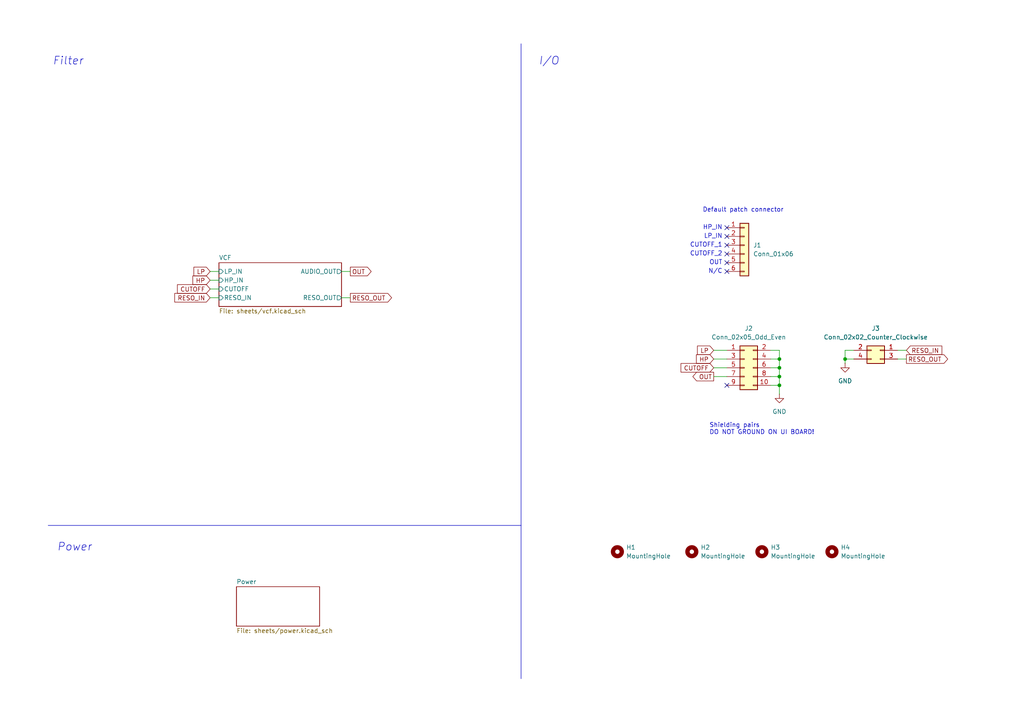
<source format=kicad_sch>
(kicad_sch (version 20250114) (generator "eeschema") (generator_version "9.0")
  (paper "A4")
  (lib_symbols
    (symbol "Connector_Generic:Conn_01x06" (pin_names (offset 1.016) (hide yes))
      (property "Reference" "J" (at 0 7.62 0))
      (property "Value" "Conn_01x06" (at 0 -10.16 0))
      (symbol "Conn_01x06_1_1"
        (rectangle (start -1.27 6.35) (end 1.27 -8.89) (stroke (width 0.254)) (fill (type background)))
        (rectangle (start -1.27 5.207) (end 0 4.953) (stroke (width 0.1524)))
        (rectangle (start -1.27 2.667) (end 0 2.413) (stroke (width 0.1524)))
        (rectangle (start -1.27 0.127) (end 0 -0.127) (stroke (width 0.1524)))
        (rectangle (start -1.27 -2.413) (end 0 -2.667) (stroke (width 0.1524)))
        (rectangle (start -1.27 -4.953) (end 0 -5.207) (stroke (width 0.1524)))
        (rectangle (start -1.27 -7.493) (end 0 -7.747) (stroke (width 0.1524)))
        (pin passive line (at -5.08 5.08 0) (length 3.81) (name "Pin_1") (number "1"))
        (pin passive line (at -5.08 2.54 0) (length 3.81) (name "Pin_2") (number "2"))
        (pin passive line (at -5.08 0 0) (length 3.81) (name "Pin_3") (number "3"))
        (pin passive line (at -5.08 -2.54 0) (length 3.81) (name "Pin_4") (number "4"))
        (pin passive line (at -5.08 -5.08 0) (length 3.81) (name "Pin_5") (number "5"))
        (pin passive line (at -5.08 -7.62 0) (length 3.81) (name "Pin_6") (number "6"))
      )
    )
    (symbol "Connector_Generic:Conn_02x02_Odd_Even" (pin_names (offset 1.016) (hide yes))
      (property "Reference" "J" (at 1.27 2.54 0))
      (property "Value" "Conn_02x02_Odd_Even" (at 1.27 -5.08 0))
      (symbol "Conn_02x02_Odd_Even_1_1"
        (rectangle (start -1.27 1.27) (end 3.81 -3.81) (stroke (width 0.254)) (fill (type background)))
        (rectangle (start -1.27 0.127) (end 0 -0.127) (stroke (width 0.1524)))
        (rectangle (start -1.27 -2.413) (end 0 -2.667) (stroke (width 0.1524)))
        (rectangle (start 3.81 0.127) (end 2.54 -0.127) (stroke (width 0.1524)))
        (rectangle (start 3.81 -2.413) (end 2.54 -2.667) (stroke (width 0.1524)))
        (pin passive line (at -5.08 0 0) (length 3.81) (name "Pin_1") (number "1"))
        (pin passive line (at -5.08 -2.54 0) (length 3.81) (name "Pin_3") (number "3"))
        (pin passive line (at 7.62 0 180) (length 3.81) (name "Pin_2") (number "2"))
        (pin passive line (at 7.62 -2.54 180) (length 3.81) (name "Pin_4") (number "4"))
      )
    )
    (symbol "Connector_Generic:Conn_02x05_Odd_Even" (pin_names (offset 1.016) (hide yes))
      (property "Reference" "J" (at 1.27 7.62 0))
      (property "Value" "Conn_02x05_Odd_Even" (at 1.27 -7.62 0))
      (symbol "Conn_02x05_Odd_Even_1_1"
        (rectangle (start -1.27 6.35) (end 3.81 -6.35) (stroke (width 0.254)) (fill (type background)))
        (rectangle (start -1.27 5.207) (end 0 4.953) (stroke (width 0.1524)))
        (rectangle (start -1.27 2.667) (end 0 2.413) (stroke (width 0.1524)))
        (rectangle (start -1.27 0.127) (end 0 -0.127) (stroke (width 0.1524)))
        (rectangle (start -1.27 -2.413) (end 0 -2.667) (stroke (width 0.1524)))
        (rectangle (start -1.27 -4.953) (end 0 -5.207) (stroke (width 0.1524)))
        (rectangle (start 3.81 5.207) (end 2.54 4.953) (stroke (width 0.1524)))
        (rectangle (start 3.81 2.667) (end 2.54 2.413) (stroke (width 0.1524)))
        (rectangle (start 3.81 0.127) (end 2.54 -0.127) (stroke (width 0.1524)))
        (rectangle (start 3.81 -2.413) (end 2.54 -2.667) (stroke (width 0.1524)))
        (rectangle (start 3.81 -4.953) (end 2.54 -5.207) (stroke (width 0.1524)))
        (pin passive line (at -5.08 5.08 0) (length 3.81) (name "Pin_1") (number "1"))
        (pin passive line (at -5.08 2.54 0) (length 3.81) (name "Pin_3") (number "3"))
        (pin passive line (at -5.08 0 0) (length 3.81) (name "Pin_5") (number "5"))
        (pin passive line (at -5.08 -2.54 0) (length 3.81) (name "Pin_7") (number "7"))
        (pin passive line (at -5.08 -5.08 0) (length 3.81) (name "Pin_9") (number "9"))
        (pin passive line (at 7.62 5.08 180) (length 3.81) (name "Pin_2") (number "2"))
        (pin passive line (at 7.62 2.54 180) (length 3.81) (name "Pin_4") (number "4"))
        (pin passive line (at 7.62 0 180) (length 3.81) (name "Pin_6") (number "6"))
        (pin passive line (at 7.62 -2.54 180) (length 3.81) (name "Pin_8") (number "8"))
        (pin passive line (at 7.62 -5.08 180) (length 3.81) (name "Pin_10") (number "10"))
      )
    )
    (symbol "Mechanical:MountingHole" (pin_names (offset 1.016)) (in_bom no)
      (property "Reference" "H" (at 0 5.08 0))
      (property "Value" "MountingHole" (at 0 3.175 0))
      (symbol "MountingHole_0_1"
        (circle (center 0 0) (radius 1.27) (stroke (width 1.27)))
      )
    )
    (symbol "power:GND" (power) (pin_numbers (hide yes)) (pin_names (offset 0) (hide yes))
      (property "Value" "GND" (at 0 -3.81 0))
      (symbol "GND_0_1"
        (polyline (pts (xy 0 0) (xy 0 -1.27) (xy 1.27 -1.27) (xy 0 -2.54) (xy -1.27 -1.27) (xy 0 -1.27)))
      )
      (symbol "GND_1_1"
        (pin power_in line (at 0 0 270) (length 0) (name "~") (number "1"))
      )
    )
  )
  (text "Power" (at 16.51 158.75 0) (effects (font (size 2.27 2.27) (italic yes)) (justify left)))
  (text "CUTOFF_1" (at 209.55 71.12 0) (effects (font (size 1.27 1.27)) (justify right)))
  (text "Default patch connector" (at 227.33 60.96 0) (effects (font (size 1.27 1.27)) (justify right)))
  (text "N/C" (at 209.55 78.74 0) (effects (font (size 1.27 1.27)) (justify right)))
  (text "HP_IN" (at 209.55 66.04 0) (effects (font (size 1.27 1.27)) (justify right)))
  (text "Shielding pairs\nDO NOT GROUND ON UI BOARD!" (at 205.74 124.46 0) (effects (font (size 1.27 1.27)) (justify left)))
  (text "OUT" (at 209.55 76.2 0) (effects (font (size 1.27 1.27)) (justify right)))
  (text "Filter" (at 15.24 17.78 0) (effects (font (size 2.27 2.27) (italic yes)) (justify left)))
  (text "LP_IN" (at 209.55 68.58 0) (effects (font (size 1.27 1.27)) (justify right)))
  (text "I/O" (at 156.21 17.78 0) (effects (font (size 2.27 2.27) (italic yes)) (justify left)))
  (text "CUTOFF_2" (at 209.55 73.66 0) (effects (font (size 1.27 1.27)) (justify right)))
  (junction (at 226.06 109.22))
  (junction (at 226.06 106.68))
  (junction (at 245.11 104.14))
  (junction (at 226.06 104.14))
  (junction (at 226.06 111.76))
  (no_connect (at 210.82 78.74))
  (no_connect (at 210.82 66.04))
  (no_connect (at 210.82 111.76))
  (no_connect (at 210.82 73.66))
  (no_connect (at 210.82 68.58))
  (no_connect (at 210.82 76.2))
  (no_connect (at 210.82 71.12))
  (wire (pts (xy 226.06 109.22) (xy 226.06 111.76)))
  (wire (pts (xy 245.11 104.14) (xy 247.65 104.14)))
  (wire (pts (xy 245.11 104.14) (xy 245.11 105.41)))
  (wire (pts (xy 223.52 111.76) (xy 226.06 111.76)))
  (wire (pts (xy 223.52 104.14) (xy 226.06 104.14)))
  (wire (pts (xy 247.65 101.6) (xy 245.11 101.6)))
  (wire (pts (xy 226.06 101.6) (xy 226.06 104.14)))
  (wire (pts (xy 226.06 106.68) (xy 226.06 109.22)))
  (wire (pts (xy 207.01 106.68) (xy 210.82 106.68)))
  (wire (pts (xy 207.01 101.6) (xy 210.82 101.6)))
  (wire (pts (xy 207.01 109.22) (xy 210.82 109.22)))
  (wire (pts (xy 60.96 83.82) (xy 63.5 83.82)))
  (wire (pts (xy 223.52 101.6) (xy 226.06 101.6)))
  (wire (pts (xy 223.52 109.22) (xy 226.06 109.22)))
  (wire (pts (xy 99.06 78.74) (xy 101.6 78.74)))
  (wire (pts (xy 226.06 104.14) (xy 226.06 106.68)))
  (wire (pts (xy 262.89 101.6) (xy 260.35 101.6)))
  (wire (pts (xy 226.06 111.76) (xy 226.06 114.3)))
  (wire (pts (xy 223.52 106.68) (xy 226.06 106.68)))
  (wire (pts (xy 262.89 104.14) (xy 260.35 104.14)))
  (wire (pts (xy 99.06 86.36) (xy 101.6 86.36)))
  (polyline (pts (xy 151.13 12.7) (xy 151.13 196.85)))
  (wire (pts (xy 245.11 101.6) (xy 245.11 104.14)))
  (wire (pts (xy 60.96 78.74) (xy 63.5 78.74)))
  (wire (pts (xy 60.96 86.36) (xy 63.5 86.36)))
  (wire (pts (xy 207.01 104.14) (xy 210.82 104.14)))
  (polyline (pts (xy 13.97 152.4) (xy 151.13 152.4)))
  (wire (pts (xy 60.96 81.28) (xy 63.5 81.28)))
  (global_label "CUTOFF" (shape input) (at 60.96 83.82 180) (property "Intersheetrefs" "${INTERSHEET_REFS}" (effects (hide yes))))
  (global_label "HP" (shape input) (at 207.01 104.14 180) (property "Intersheetrefs" "${INTERSHEET_REFS}" (effects (hide yes))))
  (global_label "RESO_IN" (shape input) (at 60.96 86.36 180) (property "Intersheetrefs" "${INTERSHEET_REFS}" (effects (hide yes))))
  (global_label "LP" (shape input) (at 207.01 101.6 180) (property "Intersheetrefs" "${INTERSHEET_REFS}" (effects (hide yes))))
  (global_label "OUT" (shape output) (at 207.01 109.22 180) (property "Intersheetrefs" "${INTERSHEET_REFS}" (effects (hide yes))))
  (global_label "HP" (shape input) (at 60.96 81.28 180) (property "Intersheetrefs" "${INTERSHEET_REFS}" (effects (hide yes))))
  (global_label "RESO_IN" (shape input) (at 262.89 101.6 0) (property "Intersheetrefs" "${INTERSHEET_REFS}" (effects (hide yes))))
  (global_label "RESO_OUT" (shape output) (at 262.89 104.14 0) (property "Intersheetrefs" "${INTERSHEET_REFS}" (effects (hide yes))))
  (global_label "OUT" (shape output) (at 101.6 78.74 0) (property "Intersheetrefs" "${INTERSHEET_REFS}" (effects (hide yes))))
  (global_label "LP" (shape input) (at 60.96 78.74 180) (property "Intersheetrefs" "${INTERSHEET_REFS}" (effects (hide yes))))
  (global_label "CUTOFF" (shape input) (at 207.01 106.68 180) (property "Intersheetrefs" "${INTERSHEET_REFS}" (effects (hide yes))))
  (global_label "RESO_OUT" (shape output) (at 101.6 86.36 0) (property "Intersheetrefs" "${INTERSHEET_REFS}" (effects (hide yes))))
  (symbol (lib_id "Connector_Generic:Conn_02x02_Odd_Even") (at 255.27 101.6 0) (mirror y) (unit 1)
    (property "Reference" "J3" (at 254 95.25 0))
    (property "Value" "Conn_02x02_Counter_Clockwise" (at 254 97.79 0))
    (property "Footprint" "Connector_PinHeader_2.54mm:PinHeader_2x02_P2.54mm_Vertical" (effects (hide yes)))
    (property "Description" "Generic connector, double row, 02x02, odd/even pin numbering scheme (row 1 odd numbers, row 2 even numbers), script generated (kicad-library-utils/schlib/autogen/connector/)" (effects (hide yes)))
    (property "Part URL" "https://mou.sr/3TDBcz9" (effects (hide yes)))
    (property "Vendor" "Mouser" (effects (hide yes)))
    (property "CHECKED" "YES" (effects (hide yes)))
    (property "Mouser Part no." "200-HTSW10207TD" (effects (hide yes)))
  )
  (symbol (lib_id "power:GND") (at 226.06 114.3 0) (unit 1)
    (property "Reference" "#PWR01" (effects (hide yes)))
    (property "Value" "GND" (at 226.06 119.38 0))
    (property "Description" "Power symbol creates a global label with name \"GND\" , ground" (effects (hide yes)))
  )
  (symbol (lib_id "Mechanical:MountingHole") (at 200.66 160.02 0) (unit 1) (in_bom no)
    (property "Reference" "H2" (at 203.2 158.7499 0) (effects (justify left)))
    (property "Value" "MountingHole" (at 203.2 161.2899 0) (effects (justify left)))
    (property "Footprint" "MountingHole:MountingHole_3.2mm_M3_DIN965_Pad" (effects (hide yes)))
    (property "Description" "Mounting Hole without connection" (effects (hide yes)))
    (property "CHECKED" "YES" (effects (hide yes)))
  )
  (symbol (lib_id "Mechanical:MountingHole") (at 179.07 160.02 0) (unit 1) (in_bom no)
    (property "Reference" "H1" (at 181.61 158.7499 0) (effects (justify left)))
    (property "Value" "MountingHole" (at 181.61 161.2899 0) (effects (justify left)))
    (property "Footprint" "MountingHole:MountingHole_3.2mm_M3_DIN965_Pad" (effects (hide yes)))
    (property "Description" "Mounting Hole without connection" (effects (hide yes)))
    (property "CHECKED" "YES" (effects (hide yes)))
  )
  (symbol (lib_id "Connector_Generic:Conn_01x06") (at 215.9 71.12 0) (unit 1)
    (property "Reference" "J1" (at 218.44 71.1199 0) (effects (justify left)))
    (property "Value" "Conn_01x06" (at 218.44 73.6599 0) (effects (justify left)))
    (property "Footprint" "Connector_PinHeader_2.54mm:PinHeader_1x06_P2.54mm_Vertical" (effects (hide yes)))
    (property "Description" "Generic connector, single row, 01x06, script generated (kicad-library-utils/schlib/autogen/connector/)" (effects (hide yes)))
    (property "Part URL" "https://mou.sr/40bhVZG" (effects (hide yes)))
    (property "Vendor" "Mouser" (effects (hide yes)))
    (property "CHECKED" "YES" (effects (hide yes)))
    (property "Mouser Part no." "474-PRT-09280" (effects (hide yes)))
  )
  (symbol (lib_id "power:GND") (at 245.11 105.41 0) (mirror y) (unit 1)
    (property "Reference" "#PWR02" (effects (hide yes)))
    (property "Value" "GND" (at 245.11 110.49 0))
    (property "Description" "Power symbol creates a global label with name \"GND\" , ground" (effects (hide yes)))
  )
  (symbol (lib_id "Connector_Generic:Conn_02x05_Odd_Even") (at 215.9 106.68 0) (unit 1)
    (property "Reference" "J2" (at 217.17 95.25 0))
    (property "Value" "Conn_02x05_Odd_Even" (at 217.17 97.79 0))
    (property "Footprint" "Connector_PinHeader_2.54mm:PinHeader_2x05_P2.54mm_Vertical" (effects (hide yes)))
    (property "Description" "Generic connector, double row, 02x05, odd/even pin numbering scheme (row 1 odd numbers, row 2 even numbers), script generated (kicad-library-utils/schlib/autogen/connector/)" (effects (hide yes)))
    (property "Part URL" "https://mou.sr/40QhDaC" (effects (hide yes)))
    (property "Vendor" "Mouser" (effects (hide yes)))
    (property "CHECKED" "YES" (effects (hide yes)))
    (property "Mouser Part no." "200-TSW10507TD" (effects (hide yes)))
  )
  (symbol (lib_id "Mechanical:MountingHole") (at 220.98 160.02 0) (unit 1) (in_bom no)
    (property "Reference" "H3" (at 223.52 158.7499 0) (effects (justify left)))
    (property "Value" "MountingHole" (at 223.52 161.2899 0) (effects (justify left)))
    (property "Footprint" "MountingHole:MountingHole_3.2mm_M3_DIN965_Pad" (effects (hide yes)))
    (property "Description" "Mounting Hole without connection" (effects (hide yes)))
    (property "CHECKED" "YES" (effects (hide yes)))
  )
  (symbol (lib_id "Mechanical:MountingHole") (at 241.3 160.02 0) (unit 1) (in_bom no)
    (property "Reference" "H4" (at 243.84 158.7499 0) (effects (justify left)))
    (property "Value" "MountingHole" (at 243.84 161.2899 0) (effects (justify left)))
    (property "Footprint" "MountingHole:MountingHole_3.2mm_M3_DIN965_Pad" (effects (hide yes)))
    (property "Description" "Mounting Hole without connection" (effects (hide yes)))
    (property "CHECKED" "YES" (effects (hide yes)))
  )
  (sheet (at 63.5 76.2) (size 35.56 12.7) (stroke (width 0.1524))
    (property "Sheetname" "VCF" (at 63.5 75.4884 0) (effects (justify left bottom)))
    (property "Sheetfile" "sheets/vcf.kicad_sch" (at 63.5 89.4846 0) (effects (justify left top)))
    (pin "AUDIO_OUT" output (at 99.06 78.74 0))
    (pin "CUTOFF" input (at 63.5 83.82 180))
    (pin "HP_IN" input (at 63.5 81.28 180))
    (pin "LP_IN" input (at 63.5 78.74 180))
    (pin "RESO_IN" input (at 63.5 86.36 180))
    (pin "RESO_OUT" output (at 99.06 86.36 0))
  )
  (sheet (at 68.58 170.18) (size 24.13 11.43) (stroke (width 0.1524))
    (property "Sheetname" "Power" (at 68.58 169.4684 0) (effects (justify left bottom)))
    (property "Sheetfile" "sheets/power.kicad_sch" (at 68.58 182.1946 0) (effects (justify left top)))
  )
)
</source>
